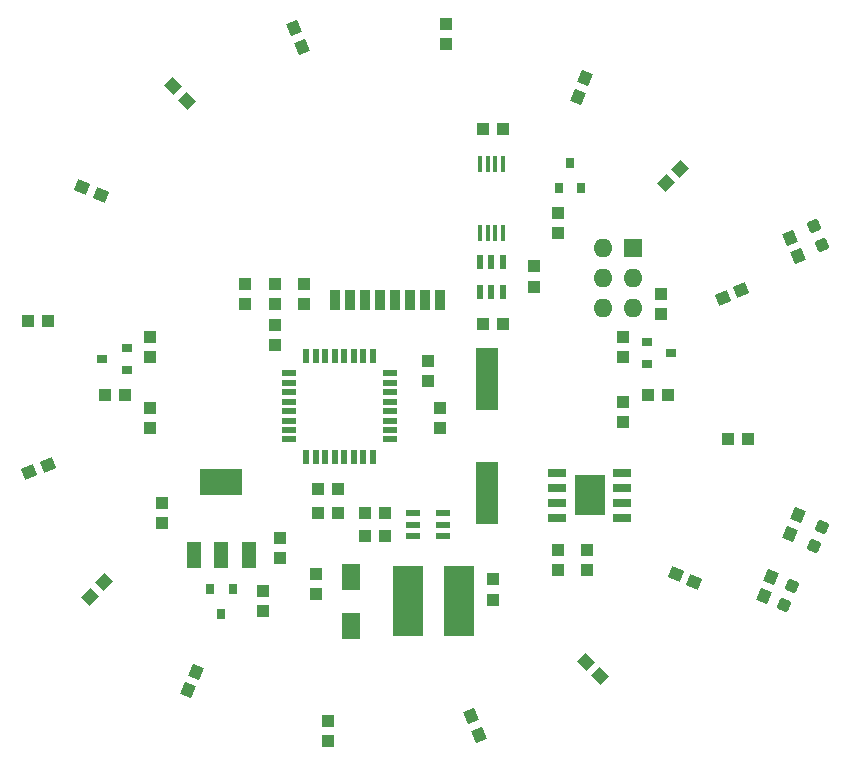
<source format=gbr>
%TF.GenerationSoftware,KiCad,Pcbnew,(6.0.4-0)*%
%TF.CreationDate,2022-11-18T01:13:12+01:00*%
%TF.ProjectId,iO_Atletehe_rev1,694f5f41-746c-4657-9465-68655f726576,rev?*%
%TF.SameCoordinates,Original*%
%TF.FileFunction,Paste,Top*%
%TF.FilePolarity,Positive*%
%FSLAX46Y46*%
G04 Gerber Fmt 4.6, Leading zero omitted, Abs format (unit mm)*
G04 Created by KiCad (PCBNEW (6.0.4-0)) date 2022-11-18 01:13:12*
%MOMM*%
%LPD*%
G01*
G04 APERTURE LIST*
G04 Aperture macros list*
%AMRoundRect*
0 Rectangle with rounded corners*
0 $1 Rounding radius*
0 $2 $3 $4 $5 $6 $7 $8 $9 X,Y pos of 4 corners*
0 Add a 4 corners polygon primitive as box body*
4,1,4,$2,$3,$4,$5,$6,$7,$8,$9,$2,$3,0*
0 Add four circle primitives for the rounded corners*
1,1,$1+$1,$2,$3*
1,1,$1+$1,$4,$5*
1,1,$1+$1,$6,$7*
1,1,$1+$1,$8,$9*
0 Add four rect primitives between the rounded corners*
20,1,$1+$1,$2,$3,$4,$5,0*
20,1,$1+$1,$4,$5,$6,$7,0*
20,1,$1+$1,$6,$7,$8,$9,0*
20,1,$1+$1,$8,$9,$2,$3,0*%
%AMRotRect*
0 Rectangle, with rotation*
0 The origin of the aperture is its center*
0 $1 length*
0 $2 width*
0 $3 Rotation angle, in degrees counterclockwise*
0 Add horizontal line*
21,1,$1,$2,0,0,$3*%
G04 Aperture macros list end*
%ADD10R,1.000000X1.100000*%
%ADD11O,1.600000X1.600000*%
%ADD12R,1.600000X1.600000*%
%ADD13RotRect,1.100000X1.000000X315.000000*%
%ADD14R,1.270000X0.558800*%
%ADD15R,0.558800X1.270000*%
%ADD16R,0.800000X0.900000*%
%ADD17RotRect,1.100000X1.000000X112.500000*%
%ADD18R,1.525000X0.700000*%
%ADD19R,2.513000X3.402000*%
%ADD20R,1.100000X1.000000*%
%ADD21RotRect,1.100000X1.000000X292.500000*%
%ADD22R,0.450000X1.475000*%
%ADD23RoundRect,0.150000X-0.457297X-0.189419X0.189419X-0.457297X0.457297X0.189419X-0.189419X0.457297X0*%
%ADD24RotRect,1.100000X1.000000X247.500000*%
%ADD25RoundRect,0.150000X-0.189419X-0.457297X0.457297X-0.189419X0.189419X0.457297X-0.457297X0.189419X0*%
%ADD26R,1.550000X2.200000*%
%ADD27R,0.900000X0.800000*%
%ADD28R,1.200000X0.600000*%
%ADD29RotRect,1.100000X1.000000X135.000000*%
%ADD30RotRect,1.100000X1.000000X337.500000*%
%ADD31RotRect,1.100000X1.000000X67.500000*%
%ADD32RotRect,1.100000X1.000000X225.000000*%
%ADD33RotRect,1.100000X1.000000X22.500000*%
%ADD34R,2.500000X6.000000*%
%ADD35RoundRect,0.150000X0.457297X0.189419X-0.189419X0.457297X-0.457297X-0.189419X0.189419X-0.457297X0*%
%ADD36R,1.930400X5.334000*%
%ADD37RotRect,1.100000X1.000000X202.500000*%
%ADD38RotRect,1.100000X1.000000X157.500000*%
%ADD39R,0.600000X1.200000*%
%ADD40R,0.812800X1.676400*%
%ADD41RotRect,1.100000X1.000000X45.000000*%
%ADD42R,1.219200X2.235200*%
%ADD43R,3.600000X2.200000*%
G04 APERTURE END LIST*
D10*
%TO.C,R34*%
X171754800Y-99198800D03*
X171754800Y-97498800D03*
%TD*%
D11*
%TO.C,J3*%
X166827200Y-93573600D03*
D12*
X169367200Y-93573600D03*
D11*
X166827200Y-96113600D03*
X169367200Y-96113600D03*
X166827200Y-98653600D03*
X169367200Y-98653600D03*
%TD*%
D10*
%TO.C,C2*%
X139081100Y-101843600D03*
X139081100Y-100143600D03*
%TD*%
D13*
%TO.C,R20*%
X165400059Y-128652559D03*
X166602141Y-129854641D03*
%TD*%
D10*
%TO.C,R1*%
X163001100Y-119153600D03*
X163001100Y-120853600D03*
%TD*%
D14*
%TO.C,U1*%
X148793700Y-109803600D03*
X148793700Y-109003600D03*
X148793700Y-108203600D03*
X148793700Y-107403600D03*
X148793700Y-106603600D03*
X148793700Y-105803600D03*
X148793700Y-105003600D03*
X148793700Y-104203600D03*
D15*
X147301100Y-102711000D03*
X146501100Y-102711000D03*
X145701100Y-102711000D03*
X144901100Y-102711000D03*
X144101100Y-102711000D03*
X143301100Y-102711000D03*
X142501100Y-102711000D03*
X141701100Y-102711000D03*
D14*
X140208500Y-104203600D03*
X140208500Y-105003600D03*
X140208500Y-105803600D03*
X140208500Y-106603600D03*
X140208500Y-107403600D03*
X140208500Y-108203600D03*
X140208500Y-109003600D03*
X140208500Y-109803600D03*
D15*
X141701100Y-111296200D03*
X142501100Y-111296200D03*
X143301100Y-111296200D03*
X144101100Y-111296200D03*
X144901100Y-111296200D03*
X145701100Y-111296200D03*
X146501100Y-111296200D03*
X147301100Y-111296200D03*
%TD*%
D16*
%TO.C,Q2*%
X163051100Y-88503600D03*
X164951100Y-88503600D03*
X164001100Y-86403600D03*
%TD*%
D17*
%TO.C,R29*%
X141326381Y-76538898D03*
X140675819Y-74968302D03*
%TD*%
D10*
%TO.C,R22*%
X143501100Y-133653600D03*
X143501100Y-135353600D03*
%TD*%
D18*
%TO.C,IC1*%
X162959100Y-112618600D03*
X162959100Y-113888600D03*
X162959100Y-115158600D03*
X162959100Y-116428600D03*
X168383100Y-116428600D03*
X168383100Y-115158600D03*
X168383100Y-113888600D03*
X168383100Y-112618600D03*
D19*
X165671100Y-114523600D03*
%TD*%
D10*
%TO.C,R32*%
X138001100Y-122653600D03*
X138001100Y-124353600D03*
%TD*%
D20*
%TO.C,R9*%
X148351100Y-116003600D03*
X146651100Y-116003600D03*
%TD*%
D10*
%TO.C,C9*%
X153001100Y-107153600D03*
X153001100Y-108853600D03*
%TD*%
D21*
%TO.C,R21*%
X155675819Y-133218302D03*
X156326381Y-134788898D03*
%TD*%
D20*
%TO.C,R6*%
X142651100Y-116003600D03*
X144351100Y-116003600D03*
%TD*%
D22*
%TO.C,Q1*%
X158336100Y-86465600D03*
X157686100Y-86465600D03*
X157036100Y-86465600D03*
X156386100Y-86465600D03*
X156386100Y-92341600D03*
X157036100Y-92341600D03*
X157686100Y-92341600D03*
X158336100Y-92341600D03*
%TD*%
D10*
%TO.C,R5*%
X161001100Y-96853600D03*
X161001100Y-95153600D03*
%TD*%
D23*
%TO.C,RED0*%
X184665487Y-118813842D03*
X185336713Y-117193358D03*
%TD*%
D21*
%TO.C,R7*%
X182675819Y-92718302D03*
X183326381Y-94288898D03*
%TD*%
D20*
%TO.C,R4*%
X156651100Y-100003600D03*
X158351100Y-100003600D03*
%TD*%
D10*
%TO.C,C10*%
X152001100Y-104853600D03*
X152001100Y-103153600D03*
%TD*%
D20*
%TO.C,R8*%
X146651100Y-118003600D03*
X148351100Y-118003600D03*
%TD*%
D24*
%TO.C,R3*%
X183326381Y-116218302D03*
X182675819Y-117788898D03*
%TD*%
D10*
%TO.C,R12*%
X168501100Y-108353600D03*
X168501100Y-106653600D03*
%TD*%
%TO.C,C11*%
X136501100Y-96653600D03*
X136501100Y-98353600D03*
%TD*%
D25*
%TO.C,BLUE0*%
X185336713Y-93313842D03*
X184665487Y-91693358D03*
%TD*%
D24*
%TO.C,R23*%
X132326381Y-129468302D03*
X131675819Y-131038898D03*
%TD*%
D26*
%TO.C,D1*%
X145501100Y-121453600D03*
X145501100Y-125553600D03*
%TD*%
D10*
%TO.C,C8*%
X129501100Y-116853600D03*
X129501100Y-115153600D03*
%TD*%
D27*
%TO.C,Q5*%
X126501100Y-103953600D03*
X126501100Y-102053600D03*
X124401100Y-103003600D03*
%TD*%
%TO.C,Q3*%
X170501100Y-101553600D03*
X170501100Y-103453600D03*
X172601100Y-102503600D03*
%TD*%
D10*
%TO.C,C7*%
X139501100Y-119853600D03*
X139501100Y-118153600D03*
%TD*%
D20*
%TO.C,R33*%
X126351100Y-106003600D03*
X124651100Y-106003600D03*
%TD*%
D28*
%TO.C,U2*%
X150751100Y-116053600D03*
X150751100Y-117003600D03*
X150751100Y-117953600D03*
X153251100Y-117953600D03*
X153251100Y-117003600D03*
X153251100Y-116053600D03*
%TD*%
D29*
%TO.C,R28*%
X131602141Y-81104641D03*
X130400059Y-79902559D03*
%TD*%
D20*
%TO.C,R26*%
X119851100Y-99753600D03*
X118151100Y-99753600D03*
%TD*%
D30*
%TO.C,R19*%
X172965802Y-121178319D03*
X174536398Y-121828881D03*
%TD*%
D31*
%TO.C,R15*%
X164675819Y-80788898D03*
X165326381Y-79218302D03*
%TD*%
D10*
%TO.C,R10*%
X168501100Y-101153600D03*
X168501100Y-102853600D03*
%TD*%
D20*
%TO.C,R18*%
X177401100Y-109753600D03*
X179101100Y-109753600D03*
%TD*%
D32*
%TO.C,R24*%
X124602141Y-121902559D03*
X123400059Y-123104641D03*
%TD*%
D33*
%TO.C,R17*%
X176965802Y-97828881D03*
X178536398Y-97178319D03*
%TD*%
D10*
%TO.C,C5*%
X157501100Y-123353600D03*
X157501100Y-121653600D03*
%TD*%
D34*
%TO.C,L2*%
X150326100Y-123503600D03*
X154626100Y-123503600D03*
%TD*%
D35*
%TO.C,GREEN0*%
X182836713Y-122193358D03*
X182165487Y-123813842D03*
%TD*%
D10*
%TO.C,C1*%
X165501100Y-119153600D03*
X165501100Y-120853600D03*
%TD*%
D36*
%TO.C,Y1*%
X157001100Y-104677600D03*
X157001100Y-114329600D03*
%TD*%
D20*
%TO.C,C3*%
X142651100Y-114003600D03*
X144351100Y-114003600D03*
%TD*%
D16*
%TO.C,Q4*%
X135451100Y-122503600D03*
X133551100Y-122503600D03*
X134501100Y-124603600D03*
%TD*%
D10*
%TO.C,C13*%
X139001100Y-96653600D03*
X139001100Y-98353600D03*
%TD*%
%TO.C,R13*%
X128501100Y-108853600D03*
X128501100Y-107153600D03*
%TD*%
D20*
%TO.C,C4*%
X156651100Y-83503600D03*
X158351100Y-83503600D03*
%TD*%
D37*
%TO.C,R25*%
X119786398Y-111928319D03*
X118215802Y-112578881D03*
%TD*%
D10*
%TO.C,R11*%
X128501100Y-102853600D03*
X128501100Y-101153600D03*
%TD*%
D38*
%TO.C,R27*%
X124286398Y-89078881D03*
X122715802Y-88428319D03*
%TD*%
D10*
%TO.C,R14*%
X153501100Y-76353600D03*
X153501100Y-74653600D03*
%TD*%
D39*
%TO.C,IC2*%
X158311100Y-94813600D03*
X157361100Y-94813600D03*
X156411100Y-94813600D03*
X156411100Y-97313600D03*
X157361100Y-97313600D03*
X158311100Y-97313600D03*
%TD*%
D40*
%TO.C,U$2*%
X144111100Y-98003600D03*
X146651100Y-98003600D03*
X147921100Y-98003600D03*
X145381100Y-98003600D03*
X153001100Y-98003600D03*
X151731100Y-98003600D03*
X150461100Y-98003600D03*
X149191100Y-98003600D03*
%TD*%
D41*
%TO.C,R16*%
X172150059Y-88104641D03*
X173352141Y-86902559D03*
%TD*%
D42*
%TO.C,U$1*%
X132189700Y-119602400D03*
X134501100Y-119602400D03*
X136812500Y-119602400D03*
D43*
X134501100Y-113404600D03*
%TD*%
D10*
%TO.C,C12*%
X141501100Y-96653600D03*
X141501100Y-98353600D03*
%TD*%
D31*
%TO.C,R2*%
X180425819Y-123038898D03*
X181076381Y-121468302D03*
%TD*%
D10*
%TO.C,R30*%
X163001100Y-92353600D03*
X163001100Y-90653600D03*
%TD*%
%TO.C,C6*%
X142501100Y-121153600D03*
X142501100Y-122853600D03*
%TD*%
D20*
%TO.C,R31*%
X170651100Y-106003600D03*
X172351100Y-106003600D03*
%TD*%
M02*

</source>
